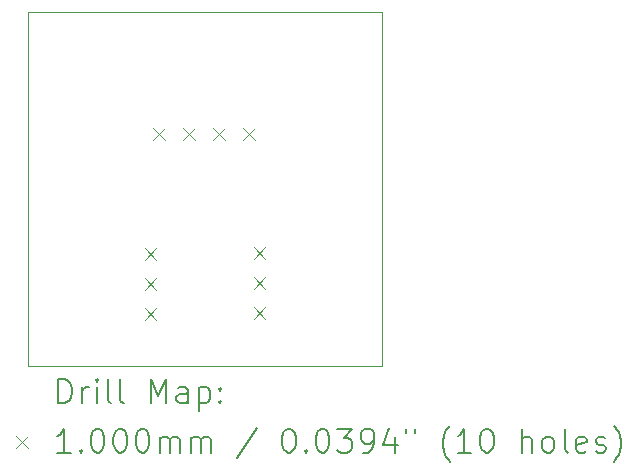
<source format=gbr>
%TF.GenerationSoftware,KiCad,Pcbnew,9.0.2*%
%TF.CreationDate,2025-07-05T11:04:58-07:00*%
%TF.ProjectId,Passive,50617373-6976-4652-9e6b-696361645f70,rev?*%
%TF.SameCoordinates,Original*%
%TF.FileFunction,Drillmap*%
%TF.FilePolarity,Positive*%
%FSLAX45Y45*%
G04 Gerber Fmt 4.5, Leading zero omitted, Abs format (unit mm)*
G04 Created by KiCad (PCBNEW 9.0.2) date 2025-07-05 11:04:58*
%MOMM*%
%LPD*%
G01*
G04 APERTURE LIST*
%ADD10C,0.050000*%
%ADD11C,0.200000*%
%ADD12C,0.100000*%
G04 APERTURE END LIST*
D10*
X13750000Y-6550000D02*
X16750000Y-6550000D01*
X16750000Y-9550000D01*
X13750000Y-9550000D01*
X13750000Y-6550000D01*
D11*
D12*
X14738500Y-8550000D02*
X14838500Y-8650000D01*
X14838500Y-8550000D02*
X14738500Y-8650000D01*
X14738500Y-8804000D02*
X14838500Y-8904000D01*
X14838500Y-8804000D02*
X14738500Y-8904000D01*
X14738500Y-9058000D02*
X14838500Y-9158000D01*
X14838500Y-9058000D02*
X14738500Y-9158000D01*
X14811500Y-7538500D02*
X14911500Y-7638500D01*
X14911500Y-7538500D02*
X14811500Y-7638500D01*
X15065500Y-7538500D02*
X15165500Y-7638500D01*
X15165500Y-7538500D02*
X15065500Y-7638500D01*
X15319500Y-7538500D02*
X15419500Y-7638500D01*
X15419500Y-7538500D02*
X15319500Y-7638500D01*
X15573500Y-7538500D02*
X15673500Y-7638500D01*
X15673500Y-7538500D02*
X15573500Y-7638500D01*
X15661500Y-8546000D02*
X15761500Y-8646000D01*
X15761500Y-8546000D02*
X15661500Y-8646000D01*
X15661500Y-8800000D02*
X15761500Y-8900000D01*
X15761500Y-8800000D02*
X15661500Y-8900000D01*
X15661500Y-9054000D02*
X15761500Y-9154000D01*
X15761500Y-9054000D02*
X15661500Y-9154000D01*
D11*
X14008277Y-9863984D02*
X14008277Y-9663984D01*
X14008277Y-9663984D02*
X14055896Y-9663984D01*
X14055896Y-9663984D02*
X14084467Y-9673508D01*
X14084467Y-9673508D02*
X14103515Y-9692555D01*
X14103515Y-9692555D02*
X14113039Y-9711603D01*
X14113039Y-9711603D02*
X14122562Y-9749698D01*
X14122562Y-9749698D02*
X14122562Y-9778270D01*
X14122562Y-9778270D02*
X14113039Y-9816365D01*
X14113039Y-9816365D02*
X14103515Y-9835412D01*
X14103515Y-9835412D02*
X14084467Y-9854460D01*
X14084467Y-9854460D02*
X14055896Y-9863984D01*
X14055896Y-9863984D02*
X14008277Y-9863984D01*
X14208277Y-9863984D02*
X14208277Y-9730650D01*
X14208277Y-9768746D02*
X14217801Y-9749698D01*
X14217801Y-9749698D02*
X14227324Y-9740174D01*
X14227324Y-9740174D02*
X14246372Y-9730650D01*
X14246372Y-9730650D02*
X14265420Y-9730650D01*
X14332086Y-9863984D02*
X14332086Y-9730650D01*
X14332086Y-9663984D02*
X14322562Y-9673508D01*
X14322562Y-9673508D02*
X14332086Y-9683031D01*
X14332086Y-9683031D02*
X14341610Y-9673508D01*
X14341610Y-9673508D02*
X14332086Y-9663984D01*
X14332086Y-9663984D02*
X14332086Y-9683031D01*
X14455896Y-9863984D02*
X14436848Y-9854460D01*
X14436848Y-9854460D02*
X14427324Y-9835412D01*
X14427324Y-9835412D02*
X14427324Y-9663984D01*
X14560658Y-9863984D02*
X14541610Y-9854460D01*
X14541610Y-9854460D02*
X14532086Y-9835412D01*
X14532086Y-9835412D02*
X14532086Y-9663984D01*
X14789229Y-9863984D02*
X14789229Y-9663984D01*
X14789229Y-9663984D02*
X14855896Y-9806841D01*
X14855896Y-9806841D02*
X14922562Y-9663984D01*
X14922562Y-9663984D02*
X14922562Y-9863984D01*
X15103515Y-9863984D02*
X15103515Y-9759222D01*
X15103515Y-9759222D02*
X15093991Y-9740174D01*
X15093991Y-9740174D02*
X15074943Y-9730650D01*
X15074943Y-9730650D02*
X15036848Y-9730650D01*
X15036848Y-9730650D02*
X15017801Y-9740174D01*
X15103515Y-9854460D02*
X15084467Y-9863984D01*
X15084467Y-9863984D02*
X15036848Y-9863984D01*
X15036848Y-9863984D02*
X15017801Y-9854460D01*
X15017801Y-9854460D02*
X15008277Y-9835412D01*
X15008277Y-9835412D02*
X15008277Y-9816365D01*
X15008277Y-9816365D02*
X15017801Y-9797317D01*
X15017801Y-9797317D02*
X15036848Y-9787793D01*
X15036848Y-9787793D02*
X15084467Y-9787793D01*
X15084467Y-9787793D02*
X15103515Y-9778270D01*
X15198753Y-9730650D02*
X15198753Y-9930650D01*
X15198753Y-9740174D02*
X15217801Y-9730650D01*
X15217801Y-9730650D02*
X15255896Y-9730650D01*
X15255896Y-9730650D02*
X15274943Y-9740174D01*
X15274943Y-9740174D02*
X15284467Y-9749698D01*
X15284467Y-9749698D02*
X15293991Y-9768746D01*
X15293991Y-9768746D02*
X15293991Y-9825889D01*
X15293991Y-9825889D02*
X15284467Y-9844936D01*
X15284467Y-9844936D02*
X15274943Y-9854460D01*
X15274943Y-9854460D02*
X15255896Y-9863984D01*
X15255896Y-9863984D02*
X15217801Y-9863984D01*
X15217801Y-9863984D02*
X15198753Y-9854460D01*
X15379705Y-9844936D02*
X15389229Y-9854460D01*
X15389229Y-9854460D02*
X15379705Y-9863984D01*
X15379705Y-9863984D02*
X15370182Y-9854460D01*
X15370182Y-9854460D02*
X15379705Y-9844936D01*
X15379705Y-9844936D02*
X15379705Y-9863984D01*
X15379705Y-9740174D02*
X15389229Y-9749698D01*
X15389229Y-9749698D02*
X15379705Y-9759222D01*
X15379705Y-9759222D02*
X15370182Y-9749698D01*
X15370182Y-9749698D02*
X15379705Y-9740174D01*
X15379705Y-9740174D02*
X15379705Y-9759222D01*
D12*
X13647500Y-10142500D02*
X13747500Y-10242500D01*
X13747500Y-10142500D02*
X13647500Y-10242500D01*
D11*
X14113039Y-10283984D02*
X13998753Y-10283984D01*
X14055896Y-10283984D02*
X14055896Y-10083984D01*
X14055896Y-10083984D02*
X14036848Y-10112555D01*
X14036848Y-10112555D02*
X14017801Y-10131603D01*
X14017801Y-10131603D02*
X13998753Y-10141127D01*
X14198753Y-10264936D02*
X14208277Y-10274460D01*
X14208277Y-10274460D02*
X14198753Y-10283984D01*
X14198753Y-10283984D02*
X14189229Y-10274460D01*
X14189229Y-10274460D02*
X14198753Y-10264936D01*
X14198753Y-10264936D02*
X14198753Y-10283984D01*
X14332086Y-10083984D02*
X14351134Y-10083984D01*
X14351134Y-10083984D02*
X14370182Y-10093508D01*
X14370182Y-10093508D02*
X14379705Y-10103031D01*
X14379705Y-10103031D02*
X14389229Y-10122079D01*
X14389229Y-10122079D02*
X14398753Y-10160174D01*
X14398753Y-10160174D02*
X14398753Y-10207793D01*
X14398753Y-10207793D02*
X14389229Y-10245889D01*
X14389229Y-10245889D02*
X14379705Y-10264936D01*
X14379705Y-10264936D02*
X14370182Y-10274460D01*
X14370182Y-10274460D02*
X14351134Y-10283984D01*
X14351134Y-10283984D02*
X14332086Y-10283984D01*
X14332086Y-10283984D02*
X14313039Y-10274460D01*
X14313039Y-10274460D02*
X14303515Y-10264936D01*
X14303515Y-10264936D02*
X14293991Y-10245889D01*
X14293991Y-10245889D02*
X14284467Y-10207793D01*
X14284467Y-10207793D02*
X14284467Y-10160174D01*
X14284467Y-10160174D02*
X14293991Y-10122079D01*
X14293991Y-10122079D02*
X14303515Y-10103031D01*
X14303515Y-10103031D02*
X14313039Y-10093508D01*
X14313039Y-10093508D02*
X14332086Y-10083984D01*
X14522562Y-10083984D02*
X14541610Y-10083984D01*
X14541610Y-10083984D02*
X14560658Y-10093508D01*
X14560658Y-10093508D02*
X14570182Y-10103031D01*
X14570182Y-10103031D02*
X14579705Y-10122079D01*
X14579705Y-10122079D02*
X14589229Y-10160174D01*
X14589229Y-10160174D02*
X14589229Y-10207793D01*
X14589229Y-10207793D02*
X14579705Y-10245889D01*
X14579705Y-10245889D02*
X14570182Y-10264936D01*
X14570182Y-10264936D02*
X14560658Y-10274460D01*
X14560658Y-10274460D02*
X14541610Y-10283984D01*
X14541610Y-10283984D02*
X14522562Y-10283984D01*
X14522562Y-10283984D02*
X14503515Y-10274460D01*
X14503515Y-10274460D02*
X14493991Y-10264936D01*
X14493991Y-10264936D02*
X14484467Y-10245889D01*
X14484467Y-10245889D02*
X14474943Y-10207793D01*
X14474943Y-10207793D02*
X14474943Y-10160174D01*
X14474943Y-10160174D02*
X14484467Y-10122079D01*
X14484467Y-10122079D02*
X14493991Y-10103031D01*
X14493991Y-10103031D02*
X14503515Y-10093508D01*
X14503515Y-10093508D02*
X14522562Y-10083984D01*
X14713039Y-10083984D02*
X14732086Y-10083984D01*
X14732086Y-10083984D02*
X14751134Y-10093508D01*
X14751134Y-10093508D02*
X14760658Y-10103031D01*
X14760658Y-10103031D02*
X14770182Y-10122079D01*
X14770182Y-10122079D02*
X14779705Y-10160174D01*
X14779705Y-10160174D02*
X14779705Y-10207793D01*
X14779705Y-10207793D02*
X14770182Y-10245889D01*
X14770182Y-10245889D02*
X14760658Y-10264936D01*
X14760658Y-10264936D02*
X14751134Y-10274460D01*
X14751134Y-10274460D02*
X14732086Y-10283984D01*
X14732086Y-10283984D02*
X14713039Y-10283984D01*
X14713039Y-10283984D02*
X14693991Y-10274460D01*
X14693991Y-10274460D02*
X14684467Y-10264936D01*
X14684467Y-10264936D02*
X14674943Y-10245889D01*
X14674943Y-10245889D02*
X14665420Y-10207793D01*
X14665420Y-10207793D02*
X14665420Y-10160174D01*
X14665420Y-10160174D02*
X14674943Y-10122079D01*
X14674943Y-10122079D02*
X14684467Y-10103031D01*
X14684467Y-10103031D02*
X14693991Y-10093508D01*
X14693991Y-10093508D02*
X14713039Y-10083984D01*
X14865420Y-10283984D02*
X14865420Y-10150650D01*
X14865420Y-10169698D02*
X14874943Y-10160174D01*
X14874943Y-10160174D02*
X14893991Y-10150650D01*
X14893991Y-10150650D02*
X14922563Y-10150650D01*
X14922563Y-10150650D02*
X14941610Y-10160174D01*
X14941610Y-10160174D02*
X14951134Y-10179222D01*
X14951134Y-10179222D02*
X14951134Y-10283984D01*
X14951134Y-10179222D02*
X14960658Y-10160174D01*
X14960658Y-10160174D02*
X14979705Y-10150650D01*
X14979705Y-10150650D02*
X15008277Y-10150650D01*
X15008277Y-10150650D02*
X15027324Y-10160174D01*
X15027324Y-10160174D02*
X15036848Y-10179222D01*
X15036848Y-10179222D02*
X15036848Y-10283984D01*
X15132086Y-10283984D02*
X15132086Y-10150650D01*
X15132086Y-10169698D02*
X15141610Y-10160174D01*
X15141610Y-10160174D02*
X15160658Y-10150650D01*
X15160658Y-10150650D02*
X15189229Y-10150650D01*
X15189229Y-10150650D02*
X15208277Y-10160174D01*
X15208277Y-10160174D02*
X15217801Y-10179222D01*
X15217801Y-10179222D02*
X15217801Y-10283984D01*
X15217801Y-10179222D02*
X15227324Y-10160174D01*
X15227324Y-10160174D02*
X15246372Y-10150650D01*
X15246372Y-10150650D02*
X15274943Y-10150650D01*
X15274943Y-10150650D02*
X15293991Y-10160174D01*
X15293991Y-10160174D02*
X15303515Y-10179222D01*
X15303515Y-10179222D02*
X15303515Y-10283984D01*
X15693991Y-10074460D02*
X15522563Y-10331603D01*
X15951134Y-10083984D02*
X15970182Y-10083984D01*
X15970182Y-10083984D02*
X15989229Y-10093508D01*
X15989229Y-10093508D02*
X15998753Y-10103031D01*
X15998753Y-10103031D02*
X16008277Y-10122079D01*
X16008277Y-10122079D02*
X16017801Y-10160174D01*
X16017801Y-10160174D02*
X16017801Y-10207793D01*
X16017801Y-10207793D02*
X16008277Y-10245889D01*
X16008277Y-10245889D02*
X15998753Y-10264936D01*
X15998753Y-10264936D02*
X15989229Y-10274460D01*
X15989229Y-10274460D02*
X15970182Y-10283984D01*
X15970182Y-10283984D02*
X15951134Y-10283984D01*
X15951134Y-10283984D02*
X15932086Y-10274460D01*
X15932086Y-10274460D02*
X15922563Y-10264936D01*
X15922563Y-10264936D02*
X15913039Y-10245889D01*
X15913039Y-10245889D02*
X15903515Y-10207793D01*
X15903515Y-10207793D02*
X15903515Y-10160174D01*
X15903515Y-10160174D02*
X15913039Y-10122079D01*
X15913039Y-10122079D02*
X15922563Y-10103031D01*
X15922563Y-10103031D02*
X15932086Y-10093508D01*
X15932086Y-10093508D02*
X15951134Y-10083984D01*
X16103515Y-10264936D02*
X16113039Y-10274460D01*
X16113039Y-10274460D02*
X16103515Y-10283984D01*
X16103515Y-10283984D02*
X16093991Y-10274460D01*
X16093991Y-10274460D02*
X16103515Y-10264936D01*
X16103515Y-10264936D02*
X16103515Y-10283984D01*
X16236848Y-10083984D02*
X16255896Y-10083984D01*
X16255896Y-10083984D02*
X16274944Y-10093508D01*
X16274944Y-10093508D02*
X16284467Y-10103031D01*
X16284467Y-10103031D02*
X16293991Y-10122079D01*
X16293991Y-10122079D02*
X16303515Y-10160174D01*
X16303515Y-10160174D02*
X16303515Y-10207793D01*
X16303515Y-10207793D02*
X16293991Y-10245889D01*
X16293991Y-10245889D02*
X16284467Y-10264936D01*
X16284467Y-10264936D02*
X16274944Y-10274460D01*
X16274944Y-10274460D02*
X16255896Y-10283984D01*
X16255896Y-10283984D02*
X16236848Y-10283984D01*
X16236848Y-10283984D02*
X16217801Y-10274460D01*
X16217801Y-10274460D02*
X16208277Y-10264936D01*
X16208277Y-10264936D02*
X16198753Y-10245889D01*
X16198753Y-10245889D02*
X16189229Y-10207793D01*
X16189229Y-10207793D02*
X16189229Y-10160174D01*
X16189229Y-10160174D02*
X16198753Y-10122079D01*
X16198753Y-10122079D02*
X16208277Y-10103031D01*
X16208277Y-10103031D02*
X16217801Y-10093508D01*
X16217801Y-10093508D02*
X16236848Y-10083984D01*
X16370182Y-10083984D02*
X16493991Y-10083984D01*
X16493991Y-10083984D02*
X16427325Y-10160174D01*
X16427325Y-10160174D02*
X16455896Y-10160174D01*
X16455896Y-10160174D02*
X16474944Y-10169698D01*
X16474944Y-10169698D02*
X16484467Y-10179222D01*
X16484467Y-10179222D02*
X16493991Y-10198270D01*
X16493991Y-10198270D02*
X16493991Y-10245889D01*
X16493991Y-10245889D02*
X16484467Y-10264936D01*
X16484467Y-10264936D02*
X16474944Y-10274460D01*
X16474944Y-10274460D02*
X16455896Y-10283984D01*
X16455896Y-10283984D02*
X16398753Y-10283984D01*
X16398753Y-10283984D02*
X16379706Y-10274460D01*
X16379706Y-10274460D02*
X16370182Y-10264936D01*
X16589229Y-10283984D02*
X16627325Y-10283984D01*
X16627325Y-10283984D02*
X16646372Y-10274460D01*
X16646372Y-10274460D02*
X16655896Y-10264936D01*
X16655896Y-10264936D02*
X16674944Y-10236365D01*
X16674944Y-10236365D02*
X16684467Y-10198270D01*
X16684467Y-10198270D02*
X16684467Y-10122079D01*
X16684467Y-10122079D02*
X16674944Y-10103031D01*
X16674944Y-10103031D02*
X16665420Y-10093508D01*
X16665420Y-10093508D02*
X16646372Y-10083984D01*
X16646372Y-10083984D02*
X16608277Y-10083984D01*
X16608277Y-10083984D02*
X16589229Y-10093508D01*
X16589229Y-10093508D02*
X16579706Y-10103031D01*
X16579706Y-10103031D02*
X16570182Y-10122079D01*
X16570182Y-10122079D02*
X16570182Y-10169698D01*
X16570182Y-10169698D02*
X16579706Y-10188746D01*
X16579706Y-10188746D02*
X16589229Y-10198270D01*
X16589229Y-10198270D02*
X16608277Y-10207793D01*
X16608277Y-10207793D02*
X16646372Y-10207793D01*
X16646372Y-10207793D02*
X16665420Y-10198270D01*
X16665420Y-10198270D02*
X16674944Y-10188746D01*
X16674944Y-10188746D02*
X16684467Y-10169698D01*
X16855896Y-10150650D02*
X16855896Y-10283984D01*
X16808277Y-10074460D02*
X16760658Y-10217317D01*
X16760658Y-10217317D02*
X16884468Y-10217317D01*
X16951134Y-10083984D02*
X16951134Y-10122079D01*
X17027325Y-10083984D02*
X17027325Y-10122079D01*
X17322563Y-10360174D02*
X17313039Y-10350650D01*
X17313039Y-10350650D02*
X17293991Y-10322079D01*
X17293991Y-10322079D02*
X17284468Y-10303031D01*
X17284468Y-10303031D02*
X17274944Y-10274460D01*
X17274944Y-10274460D02*
X17265420Y-10226841D01*
X17265420Y-10226841D02*
X17265420Y-10188746D01*
X17265420Y-10188746D02*
X17274944Y-10141127D01*
X17274944Y-10141127D02*
X17284468Y-10112555D01*
X17284468Y-10112555D02*
X17293991Y-10093508D01*
X17293991Y-10093508D02*
X17313039Y-10064936D01*
X17313039Y-10064936D02*
X17322563Y-10055412D01*
X17503515Y-10283984D02*
X17389230Y-10283984D01*
X17446372Y-10283984D02*
X17446372Y-10083984D01*
X17446372Y-10083984D02*
X17427325Y-10112555D01*
X17427325Y-10112555D02*
X17408277Y-10131603D01*
X17408277Y-10131603D02*
X17389230Y-10141127D01*
X17627325Y-10083984D02*
X17646372Y-10083984D01*
X17646372Y-10083984D02*
X17665420Y-10093508D01*
X17665420Y-10093508D02*
X17674944Y-10103031D01*
X17674944Y-10103031D02*
X17684468Y-10122079D01*
X17684468Y-10122079D02*
X17693991Y-10160174D01*
X17693991Y-10160174D02*
X17693991Y-10207793D01*
X17693991Y-10207793D02*
X17684468Y-10245889D01*
X17684468Y-10245889D02*
X17674944Y-10264936D01*
X17674944Y-10264936D02*
X17665420Y-10274460D01*
X17665420Y-10274460D02*
X17646372Y-10283984D01*
X17646372Y-10283984D02*
X17627325Y-10283984D01*
X17627325Y-10283984D02*
X17608277Y-10274460D01*
X17608277Y-10274460D02*
X17598753Y-10264936D01*
X17598753Y-10264936D02*
X17589230Y-10245889D01*
X17589230Y-10245889D02*
X17579706Y-10207793D01*
X17579706Y-10207793D02*
X17579706Y-10160174D01*
X17579706Y-10160174D02*
X17589230Y-10122079D01*
X17589230Y-10122079D02*
X17598753Y-10103031D01*
X17598753Y-10103031D02*
X17608277Y-10093508D01*
X17608277Y-10093508D02*
X17627325Y-10083984D01*
X17932087Y-10283984D02*
X17932087Y-10083984D01*
X18017801Y-10283984D02*
X18017801Y-10179222D01*
X18017801Y-10179222D02*
X18008277Y-10160174D01*
X18008277Y-10160174D02*
X17989230Y-10150650D01*
X17989230Y-10150650D02*
X17960658Y-10150650D01*
X17960658Y-10150650D02*
X17941611Y-10160174D01*
X17941611Y-10160174D02*
X17932087Y-10169698D01*
X18141611Y-10283984D02*
X18122563Y-10274460D01*
X18122563Y-10274460D02*
X18113039Y-10264936D01*
X18113039Y-10264936D02*
X18103515Y-10245889D01*
X18103515Y-10245889D02*
X18103515Y-10188746D01*
X18103515Y-10188746D02*
X18113039Y-10169698D01*
X18113039Y-10169698D02*
X18122563Y-10160174D01*
X18122563Y-10160174D02*
X18141611Y-10150650D01*
X18141611Y-10150650D02*
X18170182Y-10150650D01*
X18170182Y-10150650D02*
X18189230Y-10160174D01*
X18189230Y-10160174D02*
X18198753Y-10169698D01*
X18198753Y-10169698D02*
X18208277Y-10188746D01*
X18208277Y-10188746D02*
X18208277Y-10245889D01*
X18208277Y-10245889D02*
X18198753Y-10264936D01*
X18198753Y-10264936D02*
X18189230Y-10274460D01*
X18189230Y-10274460D02*
X18170182Y-10283984D01*
X18170182Y-10283984D02*
X18141611Y-10283984D01*
X18322563Y-10283984D02*
X18303515Y-10274460D01*
X18303515Y-10274460D02*
X18293992Y-10255412D01*
X18293992Y-10255412D02*
X18293992Y-10083984D01*
X18474944Y-10274460D02*
X18455896Y-10283984D01*
X18455896Y-10283984D02*
X18417801Y-10283984D01*
X18417801Y-10283984D02*
X18398753Y-10274460D01*
X18398753Y-10274460D02*
X18389230Y-10255412D01*
X18389230Y-10255412D02*
X18389230Y-10179222D01*
X18389230Y-10179222D02*
X18398753Y-10160174D01*
X18398753Y-10160174D02*
X18417801Y-10150650D01*
X18417801Y-10150650D02*
X18455896Y-10150650D01*
X18455896Y-10150650D02*
X18474944Y-10160174D01*
X18474944Y-10160174D02*
X18484468Y-10179222D01*
X18484468Y-10179222D02*
X18484468Y-10198270D01*
X18484468Y-10198270D02*
X18389230Y-10217317D01*
X18560658Y-10274460D02*
X18579706Y-10283984D01*
X18579706Y-10283984D02*
X18617801Y-10283984D01*
X18617801Y-10283984D02*
X18636849Y-10274460D01*
X18636849Y-10274460D02*
X18646373Y-10255412D01*
X18646373Y-10255412D02*
X18646373Y-10245889D01*
X18646373Y-10245889D02*
X18636849Y-10226841D01*
X18636849Y-10226841D02*
X18617801Y-10217317D01*
X18617801Y-10217317D02*
X18589230Y-10217317D01*
X18589230Y-10217317D02*
X18570182Y-10207793D01*
X18570182Y-10207793D02*
X18560658Y-10188746D01*
X18560658Y-10188746D02*
X18560658Y-10179222D01*
X18560658Y-10179222D02*
X18570182Y-10160174D01*
X18570182Y-10160174D02*
X18589230Y-10150650D01*
X18589230Y-10150650D02*
X18617801Y-10150650D01*
X18617801Y-10150650D02*
X18636849Y-10160174D01*
X18713039Y-10360174D02*
X18722563Y-10350650D01*
X18722563Y-10350650D02*
X18741611Y-10322079D01*
X18741611Y-10322079D02*
X18751134Y-10303031D01*
X18751134Y-10303031D02*
X18760658Y-10274460D01*
X18760658Y-10274460D02*
X18770182Y-10226841D01*
X18770182Y-10226841D02*
X18770182Y-10188746D01*
X18770182Y-10188746D02*
X18760658Y-10141127D01*
X18760658Y-10141127D02*
X18751134Y-10112555D01*
X18751134Y-10112555D02*
X18741611Y-10093508D01*
X18741611Y-10093508D02*
X18722563Y-10064936D01*
X18722563Y-10064936D02*
X18713039Y-10055412D01*
M02*

</source>
